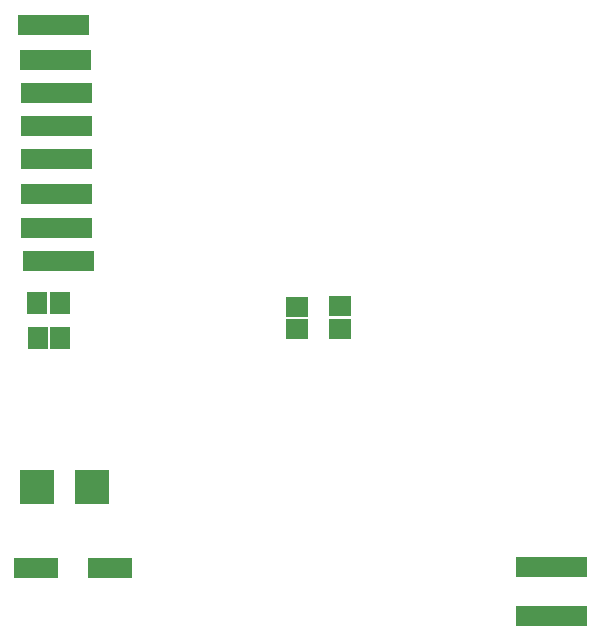
<source format=gbr>
G04 #@! TF.FileFunction,Soldermask,Top*
%FSLAX46Y46*%
G04 Gerber Fmt 4.6, Leading zero omitted, Abs format (unit mm)*
G04 Created by KiCad (PCBNEW 4.0.6) date 05/07/17 20:50:35*
%MOMM*%
%LPD*%
G01*
G04 APERTURE LIST*
%ADD10C,0.100000*%
%ADD11R,1.900000X1.700000*%
%ADD12R,1.700000X1.900000*%
%ADD13C,1.500000*%
%ADD14R,1.035000X1.670000*%
%ADD15R,3.700000X1.700000*%
%ADD16R,2.940000X2.940000*%
G04 APERTURE END LIST*
D10*
D11*
X123952300Y-101280300D03*
X123952300Y-103180300D03*
X127584500Y-103104100D03*
X127584500Y-101204100D03*
D12*
X103905300Y-103859900D03*
X102005300Y-103859900D03*
X103847900Y-100932300D03*
X101947900Y-100932300D03*
D13*
X145772700Y-123292900D03*
D14*
X146153700Y-123292900D03*
X146788700Y-123292900D03*
X145518700Y-123292900D03*
X144883700Y-123292900D03*
X144248700Y-123292900D03*
X147385600Y-123292900D03*
X147982500Y-123292900D03*
X143626400Y-123292900D03*
X143004100Y-123292900D03*
D13*
X145754500Y-127426900D03*
D14*
X146135500Y-127426900D03*
X146770500Y-127426900D03*
X145500500Y-127426900D03*
X144865500Y-127426900D03*
X144230500Y-127426900D03*
X147367400Y-127426900D03*
X147964300Y-127426900D03*
X143608200Y-127426900D03*
X142985900Y-127426900D03*
D13*
X103577100Y-77378900D03*
D14*
X103958100Y-77378900D03*
X104593100Y-77378900D03*
X103323100Y-77378900D03*
X102688100Y-77378900D03*
X102053100Y-77378900D03*
X105190000Y-77378900D03*
X105786900Y-77378900D03*
X101430800Y-77378900D03*
X100808500Y-77378900D03*
D13*
X103763100Y-80323900D03*
D14*
X104144100Y-80323900D03*
X104779100Y-80323900D03*
X103509100Y-80323900D03*
X102874100Y-80323900D03*
X102239100Y-80323900D03*
X105376000Y-80323900D03*
X105972900Y-80323900D03*
X101616800Y-80323900D03*
X100994500Y-80323900D03*
D13*
X103875100Y-88748900D03*
D14*
X104256100Y-88748900D03*
X104891100Y-88748900D03*
X103621100Y-88748900D03*
X102986100Y-88748900D03*
X102351100Y-88748900D03*
X105488000Y-88748900D03*
X106084900Y-88748900D03*
X101728800Y-88748900D03*
X101106500Y-88748900D03*
D13*
X103864100Y-91726900D03*
D14*
X104245100Y-91726900D03*
X104880100Y-91726900D03*
X103610100Y-91726900D03*
X102975100Y-91726900D03*
X102340100Y-91726900D03*
X105477000Y-91726900D03*
X106073900Y-91726900D03*
X101717800Y-91726900D03*
X101095500Y-91726900D03*
D13*
X103842100Y-83166900D03*
D14*
X104223100Y-83166900D03*
X104858100Y-83166900D03*
X103588100Y-83166900D03*
X102953100Y-83166900D03*
X102318100Y-83166900D03*
X105455000Y-83166900D03*
X106051900Y-83166900D03*
X101695800Y-83166900D03*
X101073500Y-83166900D03*
D13*
X104014100Y-97406900D03*
D14*
X104395100Y-97406900D03*
X105030100Y-97406900D03*
X103760100Y-97406900D03*
X103125100Y-97406900D03*
X102490100Y-97406900D03*
X105627000Y-97406900D03*
X106223900Y-97406900D03*
X101867800Y-97406900D03*
X101245500Y-97406900D03*
D13*
X103865100Y-94590900D03*
D14*
X104246100Y-94590900D03*
X104881100Y-94590900D03*
X103611100Y-94590900D03*
X102976100Y-94590900D03*
X102341100Y-94590900D03*
X105478000Y-94590900D03*
X106074900Y-94590900D03*
X101718800Y-94590900D03*
X101096500Y-94590900D03*
D13*
X103879100Y-85951900D03*
D14*
X104260100Y-85951900D03*
X104895100Y-85951900D03*
X103625100Y-85951900D03*
X102990100Y-85951900D03*
X102355100Y-85951900D03*
X105492000Y-85951900D03*
X106088900Y-85951900D03*
X101732800Y-85951900D03*
X101110500Y-85951900D03*
D15*
X108113100Y-123342900D03*
X101863100Y-123342900D03*
D16*
X101892600Y-116541900D03*
X106591600Y-116541900D03*
M02*

</source>
